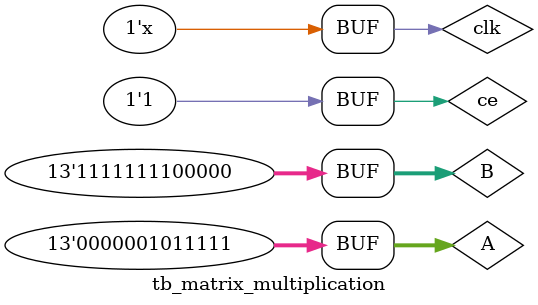
<source format=v>
`timescale 1ns / 1ps

module tb_matrix_multiplication;

reg clk;
reg ce;
reg signed [12:0] A;
reg signed [12:0] B;
wire signed [20:0] Y;
wire signed [20:0] Z;

matrix_multiplication matrix_multiplication // latency 5
(
    .clk(clk),
    .ce(ce),
    .A(A),
    .B(B),
    .Y(Y),
    .Z(Z)
);

initial
begin
    clk = 0;
    ce = 1;
end

always #1 clk = ~clk;

initial begin
    A = 13'b0111111111111; // A1 = 255.9375
    B = 13'b0111111111111; // B1 = 255.9375
    #2
    A = 13'b1000000000000; // A2 = -256
    B = 13'b1000000000000; // B2 = -256
    #2
    A = 13'b0111111111111; // A3 = 255.9375
    B = 13'b1000000000000; // B3 = -256
    #2
    A = 13'b1000000000000; // A4 = -256
    B = 13'b0111111111111; // B4 = 255.9375
    #2
    A = 13'b0010010000111; // A5 = 72.4375
    B = 13'b0000101110011; // B5 = 23.1875
    #2
    A = 13'b1111000001101; // A6 = -31.1875
    B = 13'b1110010101110; // B6 = -53.125
    #2
    A = 13'b0000110011111; // A7 = 25.9375
    B = 13'b1111001110000; // B7 = -25
    #2
    A = 13'b0000001011111; // A8 = 5.9375
    B = 13'b1111111100000; // B8 = 2
end
endmodule


// Jakub Glod 417193
</source>
